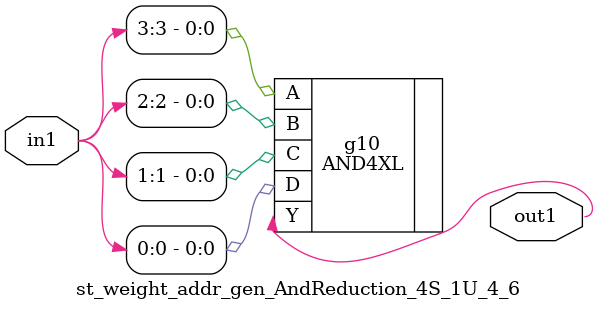
<source format=v>
`timescale 1ps / 1ps


module st_weight_addr_gen_AndReduction_4S_1U_4_6(in1, out1);
  input [3:0] in1;
  output out1;
  wire [3:0] in1;
  wire out1;
  AND4XL g10(.A (in1[3]), .B (in1[2]), .C (in1[1]), .D (in1[0]), .Y
       (out1));
endmodule



</source>
